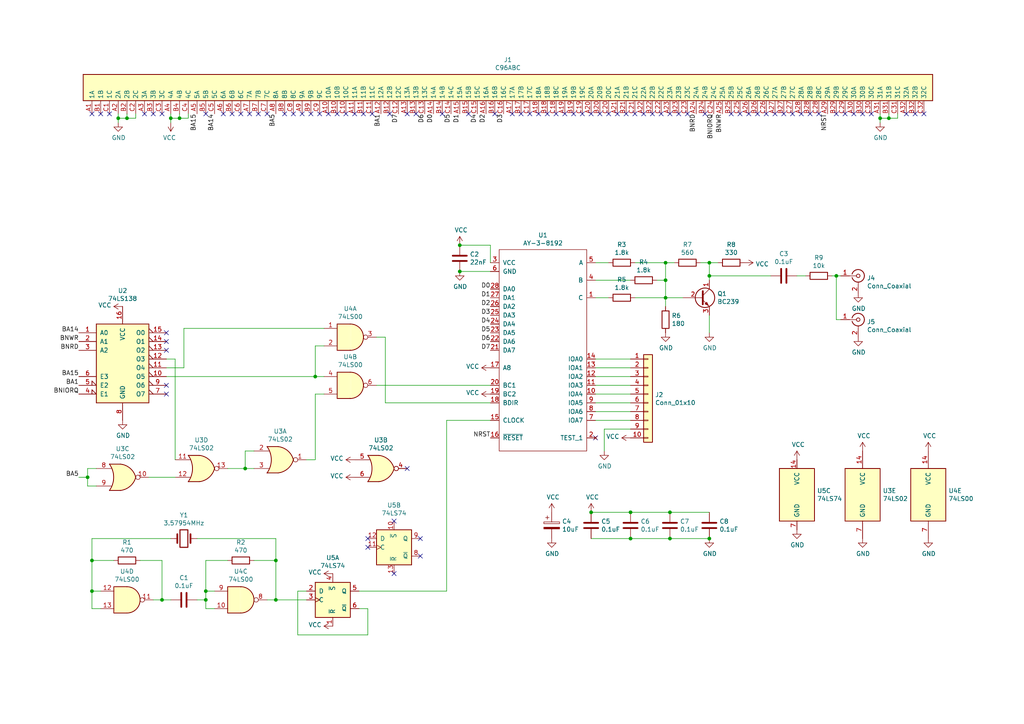
<source format=kicad_sch>
(kicad_sch (version 20211123) (generator eeschema)
  (paper "A4")
  (lib_symbols
    (symbol "74xx:74LS00" (pin_names (offset 1.016))
      (property "Reference" "U" (at 0 1.27 0))
      (property "Value" "74LS00" (at 0 -1.27 0))
      (symbol "74LS00_1_1"
        (pin input line (at -7.62 2.54 0) (length 3.81) (name "~") (number "1"))
        (pin input line (at -7.62 -2.54 0) (length 3.81) (name "~") (number "2"))
        (pin output inverted (at 7.62 0 180) (length 3.81) (name "~") (number "3"))
      )
      (symbol "74LS00_1_2"
        (pin input inverted (at -7.62 2.54 0) (length 4.318) (name "~") (number "1"))
        (pin input inverted (at -7.62 -2.54 0) (length 4.318) (name "~") (number "2"))
        (pin output line (at 7.62 0 180) (length 3.81) (name "~") (number "3"))
      )
      (symbol "74LS00_2_1"
        (pin input line (at -7.62 2.54 0) (length 3.81) (name "~") (number "4"))
        (pin input line (at -7.62 -2.54 0) (length 3.81) (name "~") (number "5"))
        (pin output inverted (at 7.62 0 180) (length 3.81) (name "~") (number "6"))
      )
      (symbol "74LS00_2_2"
        (pin input inverted (at -7.62 2.54 0) (length 4.318) (name "~") (number "4"))
        (pin input inverted (at -7.62 -2.54 0) (length 4.318) (name "~") (number "5"))
        (pin output line (at 7.62 0 180) (length 3.81) (name "~") (number "6"))
      )
      (symbol "74LS00_3_1"
        (pin input line (at -7.62 -2.54 0) (length 3.81) (name "~") (number "10"))
        (pin output inverted (at 7.62 0 180) (length 3.81) (name "~") (number "8"))
        (pin input line (at -7.62 2.54 0) (length 3.81) (name "~") (number "9"))
      )
      (symbol "74LS00_3_2"
        (pin input inverted (at -7.62 -2.54 0) (length 4.318) (name "~") (number "10"))
        (pin output line (at 7.62 0 180) (length 3.81) (name "~") (number "8"))
        (pin input inverted (at -7.62 2.54 0) (length 4.318) (name "~") (number "9"))
      )
      (symbol "74LS00_4_1"
        (pin output inverted (at 7.62 0 180) (length 3.81) (name "~") (number "11"))
        (pin input line (at -7.62 2.54 0) (length 3.81) (name "~") (number "12"))
        (pin input line (at -7.62 -2.54 0) (length 3.81) (name "~") (number "13"))
      )
      (symbol "74LS00_4_2"
        (pin output line (at 7.62 0 180) (length 3.81) (name "~") (number "11"))
        (pin input inverted (at -7.62 2.54 0) (length 4.318) (name "~") (number "12"))
        (pin input inverted (at -7.62 -2.54 0) (length 4.318) (name "~") (number "13"))
      )
      (symbol "74LS00_5_0"
        (pin power_in line (at 0 12.7 270) (length 5.08) (name "VCC") (number "14"))
        (pin power_in line (at 0 -12.7 90) (length 5.08) (name "GND") (number "7"))
      )
    )
    (symbol "74xx:74LS02" (pin_names (offset 1.016))
      (property "Reference" "U" (at 0 1.27 0))
      (property "Value" "74LS02" (at 0 -1.27 0))
      (symbol "74LS02_1_1"
        (pin output inverted (at 7.62 0 180) (length 3.81) (name "~") (number "1"))
        (pin input line (at -7.62 2.54 0) (length 4.318) (name "~") (number "2"))
        (pin input line (at -7.62 -2.54 0) (length 4.318) (name "~") (number "3"))
      )
      (symbol "74LS02_1_2"
        (pin output line (at 7.62 0 180) (length 3.81) (name "~") (number "1"))
        (pin input inverted (at -7.62 2.54 0) (length 3.81) (name "~") (number "2"))
        (pin input inverted (at -7.62 -2.54 0) (length 3.81) (name "~") (number "3"))
      )
      (symbol "74LS02_2_1"
        (pin output inverted (at 7.62 0 180) (length 3.81) (name "~") (number "4"))
        (pin input line (at -7.62 2.54 0) (length 4.318) (name "~") (number "5"))
        (pin input line (at -7.62 -2.54 0) (length 4.318) (name "~") (number "6"))
      )
      (symbol "74LS02_2_2"
        (pin output line (at 7.62 0 180) (length 3.81) (name "~") (number "4"))
        (pin input inverted (at -7.62 2.54 0) (length 3.81) (name "~") (number "5"))
        (pin input inverted (at -7.62 -2.54 0) (length 3.81) (name "~") (number "6"))
      )
      (symbol "74LS02_3_1"
        (pin output inverted (at 7.62 0 180) (length 3.81) (name "~") (number "10"))
        (pin input line (at -7.62 2.54 0) (length 4.318) (name "~") (number "8"))
        (pin input line (at -7.62 -2.54 0) (length 4.318) (name "~") (number "9"))
      )
      (symbol "74LS02_3_2"
        (pin output line (at 7.62 0 180) (length 3.81) (name "~") (number "10"))
        (pin input inverted (at -7.62 2.54 0) (length 3.81) (name "~") (number "8"))
        (pin input inverted (at -7.62 -2.54 0) (length 3.81) (name "~") (number "9"))
      )
      (symbol "74LS02_4_1"
        (pin input line (at -7.62 2.54 0) (length 4.318) (name "~") (number "11"))
        (pin input line (at -7.62 -2.54 0) (length 4.318) (name "~") (number "12"))
        (pin output inverted (at 7.62 0 180) (length 3.81) (name "~") (number "13"))
      )
      (symbol "74LS02_4_2"
        (pin input inverted (at -7.62 2.54 0) (length 3.81) (name "~") (number "11"))
        (pin input inverted (at -7.62 -2.54 0) (length 3.81) (name "~") (number "12"))
        (pin output line (at 7.62 0 180) (length 3.81) (name "~") (number "13"))
      )
      (symbol "74LS02_5_0"
        (pin power_in line (at 0 12.7 270) (length 5.08) (name "VCC") (number "14"))
        (pin power_in line (at 0 -12.7 90) (length 5.08) (name "GND") (number "7"))
      )
    )
    (symbol "74xx:74LS138" (pin_names (offset 1.016))
      (property "Reference" "U" (at -7.62 11.43 0))
      (property "Value" "74LS138" (at -7.62 -13.97 0))
      (symbol "74LS138_1_0"
        (pin input line (at -12.7 7.62 0) (length 5.08) (name "A0") (number "1"))
        (pin output output_low (at 12.7 -5.08 180) (length 5.08) (name "O5") (number "10"))
        (pin output output_low (at 12.7 -2.54 180) (length 5.08) (name "O4") (number "11"))
        (pin output output_low (at 12.7 0 180) (length 5.08) (name "O3") (number "12"))
        (pin output output_low (at 12.7 2.54 180) (length 5.08) (name "O2") (number "13"))
        (pin output output_low (at 12.7 5.08 180) (length 5.08) (name "O1") (number "14"))
        (pin output output_low (at 12.7 7.62 180) (length 5.08) (name "O0") (number "15"))
        (pin power_in line (at 0 15.24 270) (length 5.08) (name "VCC") (number "16"))
        (pin input line (at -12.7 5.08 0) (length 5.08) (name "A1") (number "2"))
        (pin input line (at -12.7 2.54 0) (length 5.08) (name "A2") (number "3"))
        (pin input input_low (at -12.7 -10.16 0) (length 5.08) (name "E1") (number "4"))
        (pin input input_low (at -12.7 -7.62 0) (length 5.08) (name "E2") (number "5"))
        (pin input line (at -12.7 -5.08 0) (length 5.08) (name "E3") (number "6"))
        (pin output output_low (at 12.7 -10.16 180) (length 5.08) (name "O7") (number "7"))
        (pin power_in line (at 0 -17.78 90) (length 5.08) (name "GND") (number "8"))
        (pin output output_low (at 12.7 -7.62 180) (length 5.08) (name "O6") (number "9"))
      )
    )
    (symbol "74xx:74LS74" (pin_names (offset 1.016))
      (property "Reference" "U" (at -7.62 8.89 0))
      (property "Value" "74LS74" (at -7.62 -8.89 0))
      (symbol "74LS74_1_0"
        (pin input line (at 0 -7.62 90) (length 2.54) (name "~{R}") (number "1"))
        (pin input line (at -7.62 2.54 0) (length 2.54) (name "D") (number "2"))
        (pin input clock (at -7.62 0 0) (length 2.54) (name "C") (number "3"))
        (pin input line (at 0 7.62 270) (length 2.54) (name "~{S}") (number "4"))
        (pin output line (at 7.62 2.54 180) (length 2.54) (name "Q") (number "5"))
        (pin output line (at 7.62 -2.54 180) (length 2.54) (name "~{Q}") (number "6"))
      )
      (symbol "74LS74_2_0"
        (pin input line (at 0 7.62 270) (length 2.54) (name "~{S}") (number "10"))
        (pin input clock (at -7.62 0 0) (length 2.54) (name "C") (number "11"))
        (pin input line (at -7.62 2.54 0) (length 2.54) (name "D") (number "12"))
        (pin input line (at 0 -7.62 90) (length 2.54) (name "~{R}") (number "13"))
        (pin output line (at 7.62 -2.54 180) (length 2.54) (name "~{Q}") (number "8"))
        (pin output line (at 7.62 2.54 180) (length 2.54) (name "Q") (number "9"))
      )
      (symbol "74LS74_3_0"
        (pin power_in line (at 0 10.16 270) (length 2.54) (name "VCC") (number "14"))
        (pin power_in line (at 0 -10.16 90) (length 2.54) (name "GND") (number "7"))
      )
    )
    (symbol "AY-3-8912:AY-3-8192" (pin_names (offset 1.016))
      (property "Reference" "U" (at 0 2.54 0))
      (property "Value" "AY-3-8192" (at 0 0 0))
      (symbol "AY-3-8192_1_1"
        (pin output line (at 15.24 5.08 180) (length 2.54) (name "C") (number "1"))
        (pin bidirectional line (at 15.24 -22.86 180) (length 2.54) (name "IOA4") (number "10"))
        (pin bidirectional line (at 15.24 -20.32 180) (length 2.54) (name "IOA3") (number "11"))
        (pin bidirectional line (at 15.24 -17.78 180) (length 2.54) (name "IOA2") (number "12"))
        (pin bidirectional line (at 15.24 -15.24 180) (length 2.54) (name "IOA1") (number "13"))
        (pin bidirectional line (at 15.24 -12.7 180) (length 2.54) (name "IOA0") (number "14"))
        (pin input line (at -15.24 -30.48 0) (length 2.54) (name "CLOCK") (number "15"))
        (pin input line (at -15.24 -35.56 0) (length 2.54) (name "~{RESET}") (number "16"))
        (pin input line (at -15.24 -15.24 0) (length 2.54) (name "A8") (number "17"))
        (pin input line (at -15.24 -25.4 0) (length 2.54) (name "BDIR") (number "18"))
        (pin input line (at -15.24 -22.86 0) (length 2.54) (name "BC2") (number "19"))
        (pin no_connect line (at 15.24 -35.56 180) (length 2.54) (name "TEST_1") (number "2"))
        (pin input line (at -15.24 -20.32 0) (length 2.54) (name "BC1") (number "20"))
        (pin bidirectional line (at -15.24 -10.16 0) (length 2.54) (name "DA7") (number "21"))
        (pin bidirectional line (at -15.24 -7.62 0) (length 2.54) (name "DA6") (number "22"))
        (pin bidirectional line (at -15.24 -5.08 0) (length 2.54) (name "DA5") (number "23"))
        (pin bidirectional line (at -15.24 -2.54 0) (length 2.54) (name "DA4") (number "24"))
        (pin bidirectional line (at -15.24 0 0) (length 2.54) (name "DA3") (number "25"))
        (pin bidirectional line (at -15.24 2.54 0) (length 2.54) (name "DA2") (number "26"))
        (pin bidirectional line (at -15.24 5.08 0) (length 2.54) (name "DA1") (number "27"))
        (pin bidirectional line (at -15.24 7.62 0) (length 2.54) (name "DA0") (number "28"))
        (pin power_in line (at -15.24 15.24 0) (length 2.54) (name "VCC") (number "3"))
        (pin output line (at 15.24 10.16 180) (length 2.54) (name "B") (number "4"))
        (pin output line (at 15.24 15.24 180) (length 2.54) (name "A") (number "5"))
        (pin power_in line (at -15.24 12.7 0) (length 2.54) (name "GND") (number "6"))
        (pin bidirectional line (at 15.24 -30.48 180) (length 2.54) (name "IOA7") (number "7"))
        (pin bidirectional line (at 15.24 -27.94 180) (length 2.54) (name "IOA6") (number "8"))
        (pin bidirectional line (at 15.24 -25.4 180) (length 2.54) (name "IOA5") (number "9"))
      )
    )
    (symbol "Connector:C96ABC"
      (property "Reference" "J" (at 0 125.73 0))
      (property "Value" "Connector_C96ABC" (at 6.35 1.27 90))
      (symbol "C96ABC_1_1"
        (pin passive line (at -7.62 121.92 0) (length 3.81) (name "1A") (number "A1"))
        (pin passive line (at -7.62 53.34 0) (length 3.81) (name "10A") (number "A10"))
        (pin passive line (at -7.62 45.72 0) (length 3.81) (name "11A") (number "A11"))
        (pin passive line (at -7.62 38.1 0) (length 3.81) (name "12A") (number "A12"))
        (pin passive line (at -7.62 30.48 0) (length 3.81) (name "13A") (number "A13"))
        (pin passive line (at -7.62 22.86 0) (length 3.81) (name "14A") (number "A14"))
        (pin passive line (at -7.62 15.24 0) (length 3.81) (name "15A") (number "A15"))
        (pin passive line (at -7.62 7.62 0) (length 3.81) (name "16A") (number "A16"))
        (pin passive line (at -7.62 0 0) (length 3.81) (name "17A") (number "A17"))
        (pin passive line (at -7.62 -7.62 0) (length 3.81) (name "18A") (number "A18"))
        (pin passive line (at -7.62 -15.24 0) (length 3.81) (name "19A") (number "A19"))
        (pin passive line (at -7.62 114.3 0) (length 3.81) (name "2A") (number "A2"))
        (pin passive line (at -7.62 -22.86 0) (length 3.81) (name "20A") (number "A20"))
        (pin tri_state line (at -7.62 -30.48 0) (length 3.81) (name "21A") (number "A21"))
        (pin passive line (at -7.62 -38.1 0) (length 3.81) (name "22A") (number "A22"))
        (pin passive line (at -7.62 -45.72 0) (length 3.81) (name "23A") (number "A23"))
        (pin passive line (at -7.62 -53.34 0) (length 3.81) (name "24A") (number "A24"))
        (pin passive line (at -7.62 -60.96 0) (length 3.81) (name "25A") (number "A25"))
        (pin passive line (at -7.62 -68.58 0) (length 3.81) (name "26A") (number "A26"))
        (pin passive line (at -7.62 -76.2 0) (length 3.81) (name "27A") (number "A27"))
        (pin passive line (at -7.62 -83.82 0) (length 3.81) (name "28A") (number "A28"))
        (pin passive line (at -7.62 -91.44 0) (length 3.81) (name "29A") (number "A29"))
        (pin passive line (at -7.62 106.68 0) (length 3.81) (name "3A") (number "A3"))
        (pin passive line (at -7.62 -99.06 0) (length 3.81) (name "30A") (number "A30"))
        (pin passive line (at -7.62 -106.68 0) (length 3.81) (name "31A") (number "A31"))
        (pin passive line (at -7.62 -114.3 0) (length 3.81) (name "32A") (number "A32"))
        (pin passive line (at -7.62 99.06 0) (length 3.81) (name "4A") (number "A4"))
        (pin passive line (at -7.62 91.44 0) (length 3.81) (name "5A") (number "A5"))
        (pin passive line (at -7.62 83.82 0) (length 3.81) (name "6A") (number "A6"))
        (pin passive line (at -7.62 76.2 0) (length 3.81) (name "7A") (number "A7"))
        (pin passive line (at -7.62 68.58 0) (length 3.81) (name "8A") (number "A8"))
        (pin passive line (at -7.62 60.96 0) (length 3.81) (name "9A") (number "A9"))
        (pin passive line (at -7.62 119.38 0) (length 3.81) (name "1B") (number "B1"))
        (pin passive line (at -7.62 50.8 0) (length 3.81) (name "10B") (number "B10"))
        (pin passive line (at -7.62 43.18 0) (length 3.81) (name "11B") (number "B11"))
        (pin passive line (at -7.62 35.56 0) (length 3.81) (name "12B") (number "B12"))
        (pin passive line (at -7.62 27.94 0) (length 3.81) (name "13B") (number "B13"))
        (pin passive line (at -7.62 20.32 0) (length 3.81) (name "14B") (number "B14"))
        (pin passive line (at -7.62 12.7 0) (length 3.81) (name "15B") (number "B15"))
        (pin passive line (at -7.62 5.08 0) (length 3.81) (name "16B") (number "B16"))
        (pin passive line (at -7.62 -2.54 0) (length 3.81) (name "17B") (number "B17"))
        (pin passive line (at -7.62 -10.16 0) (length 3.81) (name "18B") (number "B18"))
        (pin passive line (at -7.62 -17.78 0) (length 3.81) (name "19B") (number "B19"))
        (pin passive line (at -7.62 111.76 0) (length 3.81) (name "2B") (number "B2"))
        (pin passive line (at -7.62 -25.4 0) (length 3.81) (name "20B") (number "B20"))
        (pin passive line (at -7.62 -33.02 0) (length 3.81) (name "21B") (number "B21"))
        (pin passive line (at -7.62 -40.64 0) (length 3.81) (name "22B") (number "B22"))
        (pin passive line (at -7.62 -48.26 0) (length 3.81) (name "23B") (number "B23"))
        (pin passive line (at -7.62 -55.88 0) (length 3.81) (name "24B") (number "B24"))
        (pin passive line (at -7.62 -63.5 0) (length 3.81) (name "25B") (number "B25"))
        (pin passive line (at -7.62 -71.12 0) (length 3.81) (name "26B") (number "B26"))
        (pin passive line (at -7.62 -78.74 0) (length 3.81) (name "27B") (number "B27"))
        (pin passive line (at -7.62 -86.36 0) (length 3.81) (name "28B") (number "B28"))
        (pin passive line (at -7.62 -93.98 0) (length 3.81) (name "29B") (number "B29"))
        (pin passive line (at -7.62 104.14 0) (length 3.81) (name "3B") (number "B3"))
        (pin passive line (at -7.62 -101.6 0) (length 3.81) (name "30B") (number "B30"))
        (pin passive line (at -7.62 -109.22 0) (length 3.81) (name "31B") (number "B31"))
        (pin passive line (at -7.62 -116.84 0) (length 3.81) (name "32B") (number "B32"))
        (pin passive line (at -7.62 96.52 0) (length 3.81) (name "4B") (number "B4"))
        (pin passive line (at -7.62 88.9 0) (length 3.81) (name "5B") (number "B5"))
        (pin passive line (at -7.62 81.28 0) (length 3.81) (name "6B") (number "B6"))
        (pin passive line (at -7.62 73.66 0) (length 3.81) (name "7B") (number "B7"))
        (pin passive line (at -7.62 66.04 0) (length 3.81) (name "8B") (number "B8"))
        (pin passive line (at -7.62 58.42 0) (length 3.81) (name "9B") (number "B9"))
        (pin passive line (at -7.62 116.84 0) (length 3.81) (name "1C") (number "C1"))
        (pin passive line (at -7.62 48.26 0) (length 3.81) (name "10C") (number "C10"))
        (pin passive line (at -7.62 40.64 0) (length 3.81) (name "11C") (number "C11"))
        (pin passive line (at -7.62 33.02 0) (length 3.81) (name "12C") (number "C12"))
        (pin passive line (at -7.62 25.4 0) (length 3.81) (name "13C") (number "C13"))
        (pin passive line (at -7.62 17.78 0) (length 3.81) (name "14C") (number "C14"))
        (pin passive line (at -7.62 10.16 0) (length 3.81) (name "15C") (number "C15"))
        (pin passive line (at -7.62 2.54 0) (length 3.81) (name "16C") (number "C16"))
        (pin passive line (at -7.62 -5.08 0) (length 3.81) (name "17C") (number "C17"))
        (pin passive line (at -7.62 -12.7 0) (length 3.81) (name "18C") (number "C18"))
        (pin passive line (at -7.62 -20.32 0) (length 3.81) (name "19C") (number "C19"))
        (pin passive line (at -7.62 109.22 0) (length 3.81) (name "2C") (number "C2"))
        (pin passive line (at -7.62 -27.94 0) (length 3.81) (name "20C") (number "C20"))
        (pin passive line (at -7.62 -35.56 0) (length 3.81) (name "21C") (number "C21"))
        (pin passive line (at -7.62 -43.18 0) (length 3.81) (name "22C") (number "C22"))
        (pin passive line (at -7.62 -50.8 0) (length 3.81) (name "23C") (number "C23"))
        (pin passive line (at -7.62 -58.42 0) (length 3.81) (name "24C") (number "C24"))
        (pin passive line (at -7.62 -66.04 0) (length 3.81) (name "25C") (number "C25"))
        (pin passive line (at -7.62 -73.66 0) (length 3.81) (name "26C") (number "C26"))
        (pin passive line (at -7.62 -81.28 0) (length 3.81) (name "27C") (number "C27"))
        (pin passive line (at -7.62 -88.9 0) (length 3.81) (name "28C") (number "C28"))
        (pin passive line (at -7.62 -96.52 0) (length 3.81) (name "29C") (number "C29"))
        (pin passive line (at -7.62 101.6 0) (length 3.81) (name "3C") (number "C3"))
        (pin passive line (at -7.62 -104.14 0) (length 3.81) (name "30C") (number "C30"))
        (pin passive line (at -7.62 -111.76 0) (length 3.81) (name "31C") (number "C31"))
        (pin passive line (at -7.62 -119.38 0) (length 3.81) (name "32C") (number "C32"))
        (pin passive line (at -7.62 93.98 0) (length 3.81) (name "4C") (number "C4"))
        (pin passive line (at -7.62 86.36 0) (length 3.81) (name "5C") (number "C5"))
        (pin passive line (at -7.62 78.74 0) (length 3.81) (name "6C") (number "C6"))
        (pin passive line (at -7.62 71.12 0) (length 3.81) (name "7C") (number "C7"))
        (pin passive line (at -7.62 63.5 0) (length 3.81) (name "8C") (number "C8"))
        (pin passive line (at -7.62 55.88 0) (length 3.81) (name "9C") (number "C9"))
      )
    )
    (symbol "Connector:Conn_Coaxial" (pin_names (offset 1.016) hide)
      (property "Reference" "J" (at 0.254 3.048 0))
      (property "Value" "Conn_Coaxial" (at 2.921 0 90))
      (symbol "Conn_Coaxial_1_1"
        (pin passive line (at -5.08 0 0) (length 2.54) (name "In") (number "1"))
        (pin passive line (at 0 -5.08 90) (length 2.54) (name "Ext") (number "2"))
      )
    )
    (symbol "Connector_Generic:Conn_01x10" (pin_names (offset 1.016) hide)
      (property "Reference" "J" (at 0 12.7 0))
      (property "Value" "Conn_01x10" (at 0 -15.24 0))
      (symbol "Conn_01x10_1_1"
        (pin passive line (at -5.08 10.16 0) (length 3.81) (name "Pin_1") (number "1"))
        (pin passive line (at -5.08 -12.7 0) (length 3.81) (name "Pin_10") (number "10"))
        (pin passive line (at -5.08 7.62 0) (length 3.81) (name "Pin_2") (number "2"))
        (pin passive line (at -5.08 5.08 0) (length 3.81) (name "Pin_3") (number "3"))
        (pin passive line (at -5.08 2.54 0) (length 3.81) (name "Pin_4") (number "4"))
        (pin passive line (at -5.08 0 0) (length 3.81) (name "Pin_5") (number "5"))
        (pin passive line (at -5.08 -2.54 0) (length 3.81) (name "Pin_6") (number "6"))
        (pin passive line (at -5.08 -5.08 0) (length 3.81) (name "Pin_7") (number "7"))
        (pin passive line (at -5.08 -7.62 0) (length 3.81) (name "Pin_8") (number "8"))
        (pin passive line (at -5.08 -10.16 0) (length 3.81) (name "Pin_9") (number "9"))
      )
    )
    (symbol "Device:C" (pin_numbers hide) (pin_names (offset 0.254))
      (property "Reference" "C" (at 0.635 2.54 0))
      (property "Value" "C" (at 0.635 -2.54 0))
      (symbol "C_1_1"
        (pin passive line (at 0 3.81 270) (length 2.794) (name "~") (number "1"))
        (pin passive line (at 0 -3.81 90) (length 2.794) (name "~") (number "2"))
      )
    )
    (symbol "Device:CP" (pin_numbers hide) (pin_names (offset 0.254))
      (property "Reference" "C" (at 0.635 2.54 0))
      (property "Value" "Device_CP" (at 0.635 -2.54 0))
      (symbol "CP_1_1"
        (pin passive line (at 0 3.81 270) (length 2.794) (name "~") (number "1"))
        (pin passive line (at 0 -3.81 90) (length 2.794) (name "~") (number "2"))
      )
    )
    (symbol "Device:Crystal" (pin_numbers hide) (pin_names (offset 1.016) hide)
      (property "Reference" "Y" (at 0 3.81 0))
      (property "Value" "Crystal" (at 0 -3.81 0))
      (symbol "Crystal_1_1"
        (pin passive line (at -3.81 0 0) (length 1.27) (name "1") (number "1"))
        (pin passive line (at 3.81 0 180) (length 1.27) (name "2") (number "2"))
      )
    )
    (symbol "Device:Q_NPN_CBE" (pin_names (offset 0) hide)
      (property "Reference" "Q" (at 5.08 1.27 0))
      (property "Value" "Q_NPN_CBE" (at 5.08 -1.27 0))
      (symbol "Q_NPN_CBE_1_1"
        (pin passive line (at 2.54 5.08 270) (length 2.54) (name "C") (number "1"))
        (pin input line (at -5.08 0 0) (length 5.715) (name "B") (number "2"))
        (pin passive line (at 2.54 -5.08 90) (length 2.54) (name "E") (number "3"))
      )
    )
    (symbol "Device:R" (pin_numbers hide) (pin_names (offset 0))
      (property "Reference" "R" (at 2.032 0 90))
      (property "Value" "R" (at 0 0 90))
      (symbol "R_1_1"
        (pin passive line (at 0 3.81 270) (length 1.27) (name "~") (number "1"))
        (pin passive line (at 0 -3.81 90) (length 1.27) (name "~") (number "2"))
      )
    )
    (symbol "power:GND" (power) (pin_names (offset 0))
      (property "Value" "GND" (at 0 -3.81 0))
      (symbol "GND_1_1"
        (pin power_in line (at 0 0 270) (length 0) hide (name "GND") (number "1"))
      )
    )
    (symbol "power:VCC" (power) (pin_names (offset 0))
      (property "Value" "VCC" (at 0 3.81 0))
      (symbol "VCC_1_1"
        (pin power_in line (at 0 0 90) (length 0) hide (name "VCC") (number "1"))
      )
    )
  )
  (junction (at 80.01 173.99))
  (junction (at 26.67 162.56))
  (junction (at 205.74 80.01))
  (junction (at 171.45 148.59))
  (junction (at 242.57 80.01))
  (junction (at 182.88 148.59))
  (junction (at 91.44 109.22))
  (junction (at 26.67 171.45))
  (junction (at 52.07 34.29))
  (junction (at 193.04 76.2))
  (junction (at 133.35 78.74))
  (junction (at 205.74 76.2))
  (junction (at 194.31 156.21))
  (junction (at 133.35 71.12))
  (junction (at 46.99 173.99))
  (junction (at 194.31 148.59))
  (junction (at 205.74 156.21))
  (junction (at 59.69 171.45))
  (junction (at 36.83 34.29))
  (junction (at 25.4 138.43))
  (junction (at 193.04 86.36))
  (junction (at 34.29 34.29))
  (junction (at 49.53 34.29))
  (junction (at 193.04 81.28))
  (junction (at 255.27 34.29))
  (junction (at 257.81 34.29))
  (junction (at 71.12 135.89))
  (junction (at 182.88 156.21))
  (junction (at 59.69 173.99))
  (junction (at 80.01 162.56))
  (no_connect (at 191.77 33.02))
  (no_connect (at 219.71 33.02))
  (no_connect (at 48.26 114.3))
  (no_connect (at 214.63 33.02))
  (no_connect (at 90.17 33.02))
  (no_connect (at 212.09 33.02))
  (no_connect (at 247.65 33.02))
  (no_connect (at 48.26 111.76))
  (no_connect (at 242.57 33.02))
  (no_connect (at 163.83 33.02))
  (no_connect (at 176.53 33.02))
  (no_connect (at 31.75 33.02))
  (no_connect (at 252.73 33.02))
  (no_connect (at 222.25 33.02))
  (no_connect (at 118.11 33.02))
  (no_connect (at 100.33 33.02))
  (no_connect (at 114.3 166.37))
  (no_connect (at 106.68 156.21))
  (no_connect (at 85.09 33.02))
  (no_connect (at 77.47 33.02))
  (no_connect (at 41.91 33.02))
  (no_connect (at 92.71 33.02))
  (no_connect (at 237.49 33.02))
  (no_connect (at 48.26 101.6))
  (no_connect (at 173.99 33.02))
  (no_connect (at 267.97 33.02))
  (no_connect (at 204.47 33.02))
  (no_connect (at 64.77 33.02))
  (no_connect (at 113.03 33.02))
  (no_connect (at 87.63 33.02))
  (no_connect (at 148.59 33.02))
  (no_connect (at 234.95 33.02))
  (no_connect (at 194.31 33.02))
  (no_connect (at 69.85 33.02))
  (no_connect (at 224.79 33.02))
  (no_connect (at 227.33 33.02))
  (no_connect (at 135.89 33.02))
  (no_connect (at 120.65 33.02))
  (no_connect (at 181.61 33.02))
  (no_connect (at 74.93 33.02))
  (no_connect (at 168.91 33.02))
  (no_connect (at 217.17 33.02))
  (no_connect (at 172.72 127))
  (no_connect (at 114.3 151.13))
  (no_connect (at 166.37 33.02))
  (no_connect (at 171.45 33.02))
  (no_connect (at 186.69 33.02))
  (no_connect (at 250.19 33.02))
  (no_connect (at 262.89 33.02))
  (no_connect (at 48.26 99.06))
  (no_connect (at 105.41 33.02))
  (no_connect (at 153.67 33.02))
  (no_connect (at 72.39 33.02))
  (no_connect (at 184.15 33.02))
  (no_connect (at 179.07 33.02))
  (no_connect (at 121.92 156.21))
  (no_connect (at 199.39 33.02))
  (no_connect (at 229.87 33.02))
  (no_connect (at 106.68 158.75))
  (no_connect (at 29.21 33.02))
  (no_connect (at 156.21 33.02))
  (no_connect (at 46.99 33.02))
  (no_connect (at 95.25 33.02))
  (no_connect (at 107.95 33.02))
  (no_connect (at 161.29 33.02))
  (no_connect (at 189.23 33.02))
  (no_connect (at 44.45 33.02))
  (no_connect (at 143.51 33.02))
  (no_connect (at 265.43 33.02))
  (no_connect (at 26.67 33.02))
  (no_connect (at 232.41 33.02))
  (no_connect (at 118.11 135.89))
  (no_connect (at 158.75 33.02))
  (no_connect (at 151.13 33.02))
  (no_connect (at 97.79 33.02))
  (no_connect (at 196.85 33.02))
  (no_connect (at 59.69 33.02))
  (no_connect (at 67.31 33.02))
  (no_connect (at 82.55 33.02))
  (no_connect (at 128.27 33.02))
  (no_connect (at 102.87 33.02))
  (no_connect (at 121.92 161.29))
  (no_connect (at 48.26 96.52))
  (no_connect (at 245.11 33.02))
  (wire (pts (xy 80.01 173.99) (xy 88.9 173.99)))
  (wire (pts (xy 59.69 173.99) (xy 57.15 173.99)))
  (wire (pts (xy 184.15 86.36) (xy 193.04 86.36)))
  (wire (pts (xy 172.72 121.92) (xy 182.88 121.92)))
  (wire (pts (xy 182.88 119.38) (xy 172.72 119.38)))
  (wire (pts (xy 62.23 176.53) (xy 59.69 176.53)))
  (wire (pts (xy 26.67 176.53) (xy 26.67 171.45)))
  (wire (pts (xy 205.74 80.01) (xy 223.52 80.01)))
  (wire (pts (xy 25.4 135.89) (xy 25.4 138.43)))
  (wire (pts (xy 71.12 135.89) (xy 73.66 135.89)))
  (wire (pts (xy 29.21 176.53) (xy 26.67 176.53)))
  (wire (pts (xy 34.29 34.29) (xy 36.83 34.29)))
  (wire (pts (xy 49.53 34.29) (xy 49.53 33.02)))
  (wire (pts (xy 73.66 130.81) (xy 71.12 130.81)))
  (wire (pts (xy 66.04 162.56) (xy 59.69 162.56)))
  (wire (pts (xy 91.44 114.3) (xy 93.98 114.3)))
  (wire (pts (xy 182.88 109.22) (xy 172.72 109.22)))
  (wire (pts (xy 208.28 76.2) (xy 205.74 76.2)))
  (wire (pts (xy 242.57 80.01) (xy 243.84 80.01)))
  (wire (pts (xy 111.76 97.79) (xy 111.76 116.84)))
  (wire (pts (xy 133.35 78.74) (xy 142.24 78.74)))
  (wire (pts (xy 182.88 156.21) (xy 171.45 156.21)))
  (wire (pts (xy 205.74 156.21) (xy 194.31 156.21)))
  (wire (pts (xy 40.64 162.56) (xy 46.99 162.56)))
  (wire (pts (xy 205.74 80.01) (xy 205.74 76.2)))
  (wire (pts (xy 109.22 97.79) (xy 111.76 97.79)))
  (wire (pts (xy 106.68 184.15) (xy 106.68 176.53)))
  (wire (pts (xy 57.15 156.21) (xy 80.01 156.21)))
  (wire (pts (xy 48.26 104.14) (xy 50.8 104.14)))
  (wire (pts (xy 71.12 130.81) (xy 71.12 135.89)))
  (wire (pts (xy 193.04 76.2) (xy 195.58 76.2)))
  (wire (pts (xy 91.44 109.22) (xy 48.26 109.22)))
  (wire (pts (xy 91.44 100.33) (xy 91.44 109.22)))
  (wire (pts (xy 26.67 171.45) (xy 29.21 171.45)))
  (wire (pts (xy 255.27 33.02) (xy 255.27 34.29)))
  (wire (pts (xy 172.72 81.28) (xy 182.88 81.28)))
  (wire (pts (xy 39.37 34.29) (xy 39.37 33.02)))
  (wire (pts (xy 36.83 33.02) (xy 36.83 34.29)))
  (wire (pts (xy 36.83 34.29) (xy 39.37 34.29)))
  (wire (pts (xy 49.53 35.56) (xy 49.53 34.29)))
  (wire (pts (xy 26.67 156.21) (xy 49.53 156.21)))
  (wire (pts (xy 182.88 114.3) (xy 172.72 114.3)))
  (wire (pts (xy 54.61 34.29) (xy 52.07 34.29)))
  (wire (pts (xy 193.04 76.2) (xy 193.04 81.28)))
  (wire (pts (xy 25.4 138.43) (xy 22.86 138.43)))
  (wire (pts (xy 54.61 33.02) (xy 54.61 34.29)))
  (wire (pts (xy 194.31 148.59) (xy 182.88 148.59)))
  (wire (pts (xy 26.67 162.56) (xy 26.67 171.45)))
  (wire (pts (xy 59.69 171.45) (xy 62.23 171.45)))
  (wire (pts (xy 242.57 92.71) (xy 242.57 80.01)))
  (wire (pts (xy 59.69 176.53) (xy 59.69 173.99)))
  (wire (pts (xy 172.72 76.2) (xy 176.53 76.2)))
  (wire (pts (xy 172.72 116.84) (xy 182.88 116.84)))
  (wire (pts (xy 52.07 34.29) (xy 52.07 33.02)))
  (wire (pts (xy 190.5 81.28) (xy 193.04 81.28)))
  (wire (pts (xy 48.26 106.68) (xy 53.34 106.68)))
  (wire (pts (xy 194.31 156.21) (xy 182.88 156.21)))
  (wire (pts (xy 91.44 114.3) (xy 91.44 133.35)))
  (wire (pts (xy 260.35 34.29) (xy 260.35 33.02)))
  (wire (pts (xy 171.45 148.59) (xy 182.88 148.59)))
  (wire (pts (xy 53.34 106.68) (xy 53.34 95.25)))
  (wire (pts (xy 26.67 156.21) (xy 26.67 162.56)))
  (wire (pts (xy 129.54 121.92) (xy 142.24 121.92)))
  (wire (pts (xy 106.68 176.53) (xy 104.14 176.53)))
  (wire (pts (xy 93.98 100.33) (xy 91.44 100.33)))
  (wire (pts (xy 53.34 95.25) (xy 93.98 95.25)))
  (wire (pts (xy 142.24 76.2) (xy 142.24 71.12)))
  (wire (pts (xy 50.8 104.14) (xy 50.8 133.35)))
  (wire (pts (xy 86.36 171.45) (xy 86.36 184.15)))
  (wire (pts (xy 205.74 76.2) (xy 203.2 76.2)))
  (wire (pts (xy 80.01 162.56) (xy 80.01 173.99)))
  (wire (pts (xy 255.27 34.29) (xy 257.81 34.29)))
  (wire (pts (xy 142.24 71.12) (xy 133.35 71.12)))
  (wire (pts (xy 86.36 184.15) (xy 106.68 184.15)))
  (wire (pts (xy 193.04 86.36) (xy 193.04 88.9)))
  (wire (pts (xy 175.26 124.46) (xy 175.26 130.81)))
  (wire (pts (xy 66.04 135.89) (xy 71.12 135.89)))
  (wire (pts (xy 73.66 162.56) (xy 80.01 162.56)))
  (wire (pts (xy 205.74 148.59) (xy 194.31 148.59)))
  (wire (pts (xy 88.9 133.35) (xy 91.44 133.35)))
  (wire (pts (xy 80.01 173.99) (xy 77.47 173.99)))
  (wire (pts (xy 182.88 124.46) (xy 175.26 124.46)))
  (wire (pts (xy 231.14 80.01) (xy 233.68 80.01)))
  (wire (pts (xy 59.69 173.99) (xy 59.69 171.45)))
  (wire (pts (xy 46.99 173.99) (xy 44.45 173.99)))
  (wire (pts (xy 257.81 34.29) (xy 260.35 34.29)))
  (wire (pts (xy 43.18 138.43) (xy 50.8 138.43)))
  (wire (pts (xy 172.72 111.76) (xy 182.88 111.76)))
  (wire (pts (xy 88.9 171.45) (xy 86.36 171.45)))
  (wire (pts (xy 34.29 33.02) (xy 34.29 34.29)))
  (wire (pts (xy 25.4 138.43) (xy 25.4 140.97)))
  (wire (pts (xy 25.4 140.97) (xy 27.94 140.97)))
  (wire (pts (xy 184.15 76.2) (xy 193.04 76.2)))
  (wire (pts (xy 205.74 81.28) (xy 205.74 80.01)))
  (wire (pts (xy 93.98 109.22) (xy 91.44 109.22)))
  (wire (pts (xy 80.01 156.21) (xy 80.01 162.56)))
  (wire (pts (xy 193.04 86.36) (xy 198.12 86.36)))
  (wire (pts (xy 182.88 104.14) (xy 172.72 104.14)))
  (wire (pts (xy 34.29 34.29) (xy 34.29 35.56)))
  (wire (pts (xy 172.72 86.36) (xy 176.53 86.36)))
  (wire (pts (xy 49.53 173.99) (xy 46.99 173.99)))
  (wire (pts (xy 27.94 135.89) (xy 25.4 135.89)))
  (wire (pts (xy 109.22 111.76) (xy 142.24 111.76)))
  (wire (pts (xy 193.04 81.28) (xy 193.04 86.36)))
  (wire (pts (xy 49.53 34.29) (xy 52.07 34.29)))
  (wire (pts (xy 255.27 34.29) (xy 255.27 35.56)))
  (wire (pts (xy 172.72 106.68) (xy 182.88 106.68)))
  (wire (pts (xy 104.14 171.45) (xy 129.54 171.45)))
  (wire (pts (xy 257.81 33.02) (xy 257.81 34.29)))
  (wire (pts (xy 241.3 80.01) (xy 242.57 80.01)))
  (wire (pts (xy 243.84 92.71) (xy 242.57 92.71)))
  (wire (pts (xy 111.76 116.84) (xy 142.24 116.84)))
  (wire (pts (xy 205.74 91.44) (xy 205.74 96.52)))
  (wire (pts (xy 46.99 162.56) (xy 46.99 173.99)))
  (wire (pts (xy 33.02 162.56) (xy 26.67 162.56)))
  (wire (pts (xy 59.69 162.56) (xy 59.69 171.45)))
  (wire (pts (xy 129.54 171.45) (xy 129.54 121.92)))
  (label "BNRD" (at 201.93 33.02 270))
  (label "D3" (at 142.24 91.44 180))
  (label "NRST" (at 240.03 33.02 270))
  (label "D7" (at 115.57 33.02 270))
  (label "D5" (at 130.81 33.02 270))
  (label "BA14" (at 62.23 33.02 270))
  (label "BA15" (at 22.86 109.22 180))
  (label "BA1" (at 110.49 33.02 270))
  (label "BNRD" (at 22.86 101.6 180))
  (label "D3" (at 146.05 33.02 270))
  (label "D2" (at 140.97 33.02 270))
  (label "BA5" (at 80.01 33.02 270))
  (label "NRST" (at 142.24 127 180))
  (label "BNWR" (at 22.86 99.06 180))
  (label "D2" (at 142.24 88.9 180))
  (label "D6" (at 142.24 99.06 180))
  (label "D4" (at 142.24 93.98 180))
  (label "D0" (at 142.24 83.82 180))
  (label "BNIORQ" (at 207.01 33.02 270))
  (label "BA15" (at 57.15 33.02 270))
  (label "D4" (at 138.43 33.02 270))
  (label "BNIORQ" (at 22.86 114.3 180))
  (label "D0" (at 125.73 33.02 270))
  (label "BNWR" (at 209.55 33.02 270))
  (label "D7" (at 142.24 101.6 180))
  (label "D1" (at 142.24 86.36 180))
  (label "D5" (at 142.24 96.52 180))
  (label "BA14" (at 22.86 96.52 180))
  (label "D1" (at 133.35 33.02 270))
  (label "D6" (at 123.19 33.02 270))
  (label "BA5" (at 22.86 138.43 180))
  (label "BA1" (at 22.86 111.76 180))
  (symbol (lib_id "Device:C") (at 205.74 152.4 0) (unit 1)
    (property "Reference" "C8" (at 208.661 151.2316 0) (effects (justify left)))
    (property "Value" "0.1uF" (at 208.661 153.543 0) (effects (justify left)))
    (property "Footprint" "Capacitor_THT:C_Disc_D5.0mm_W2.5mm_P5.00mm" (effects hide))
  )
  (symbol (lib_id "power:GND") (at 205.74 156.21 0) (unit 1)
    (property "Reference" "#PWR033" (effects hide))
    (property "Value" "GND" (at 205.867 160.6042 0))
  )
  (symbol (lib_id "Connector:C96ABC") (at 148.59 25.4 90) (unit 1)
    (property "Reference" "J1" (at 147.32 17.3482 90))
    (property "Value" "C96ABC" (at 147.32 19.6596 90))
    (property "Footprint" "DIN41612_C_3x32_Horizontal_THT:DIN41612_C_3x32_Female_Horizontal_THT" (effects hide))
    (property "Datasheet" " ~" (effects hide))
  )
  (symbol (lib_id "power:VCC") (at 49.53 35.56 180) (unit 1)
    (property "Reference" "#PWR02" (effects hide))
    (property "Value" "VCC" (at 49.149 39.9542 0))
  )
  (symbol (lib_id "power:GND") (at 34.29 35.56 0) (unit 1)
    (property "Reference" "#PWR01" (effects hide))
    (property "Value" "GND" (at 34.417 39.9542 0))
  )
  (symbol (lib_id "power:GND") (at 255.27 35.56 0) (unit 1)
    (property "Reference" "#PWR03" (effects hide))
    (property "Value" "GND" (at 255.397 39.9542 0))
  )
  (symbol (lib_id "74xx:74LS02") (at 35.56 138.43 0) (unit 3)
    (property "Reference" "U3" (at 35.56 130.175 0))
    (property "Value" "74LS02" (at 35.56 132.4864 0))
    (property "Footprint" "Package_DIP:DIP-14_W7.62mm_Socket" (effects hide))
    (property "Datasheet" "http://www.ti.com/lit/gpn/sn74ls02" (effects hide))
  )
  (symbol (lib_id "74xx:74LS02") (at 58.42 135.89 0) (unit 4)
    (property "Reference" "U3" (at 58.42 127.635 0))
    (property "Value" "74LS02" (at 58.42 129.9464 0))
    (property "Footprint" "Package_DIP:DIP-14_W7.62mm_Socket" (effects hide))
    (property "Datasheet" "http://www.ti.com/lit/gpn/sn74ls02" (effects hide))
  )
  (symbol (lib_id "74xx:74LS02") (at 81.28 133.35 0) (unit 1)
    (property "Reference" "U3" (at 81.28 125.095 0))
    (property "Value" "74LS02" (at 81.28 127.4064 0))
    (property "Footprint" "Package_DIP:DIP-14_W7.62mm_Socket" (effects hide))
    (property "Datasheet" "http://www.ti.com/lit/gpn/sn74ls02" (effects hide))
  )
  (symbol (lib_id "74xx:74LS02") (at 110.49 135.89 0) (unit 2)
    (property "Reference" "U3" (at 110.49 127.635 0))
    (property "Value" "74LS02" (at 110.49 129.9464 0))
    (property "Footprint" "Package_DIP:DIP-14_W7.62mm_Socket" (effects hide))
    (property "Datasheet" "http://www.ti.com/lit/gpn/sn74ls02" (effects hide))
  )
  (symbol (lib_id "74xx:74LS00") (at 101.6 97.79 0) (unit 1)
    (property "Reference" "U4" (at 101.6 89.535 0))
    (property "Value" "74LS00" (at 101.6 91.8464 0))
    (property "Footprint" "Package_DIP:DIP-14_W7.62mm_Socket" (effects hide))
    (property "Datasheet" "http://www.ti.com/lit/gpn/sn74ls00" (effects hide))
  )
  (symbol (lib_id "74xx:74LS00") (at 101.6 111.76 0) (unit 2)
    (property "Reference" "U4" (at 101.6 103.505 0))
    (property "Value" "74LS00" (at 101.6 105.8164 0))
    (property "Footprint" "Package_DIP:DIP-14_W7.62mm_Socket" (effects hide))
    (property "Datasheet" "http://www.ti.com/lit/gpn/sn74ls00" (effects hide))
  )
  (symbol (lib_id "74xx:74LS00") (at 269.24 143.51 0) (unit 5)
    (property "Reference" "U4" (at 275.082 142.3416 0) (effects (justify left)))
    (property "Value" "74LS00" (at 275.082 144.653 0) (effects (justify left)))
    (property "Footprint" "Package_DIP:DIP-14_W7.62mm_Socket" (effects hide))
    (property "Datasheet" "http://www.ti.com/lit/gpn/sn74ls00" (effects hide))
  )
  (symbol (lib_id "74xx:74LS02") (at 250.19 143.51 0) (unit 5)
    (property "Reference" "U3" (at 256.032 142.3416 0) (effects (justify left)))
    (property "Value" "74LS02" (at 256.032 144.653 0) (effects (justify left)))
    (property "Footprint" "Package_DIP:DIP-14_W7.62mm_Socket" (effects hide))
    (property "Datasheet" "http://www.ti.com/lit/gpn/sn74ls02" (effects hide))
  )
  (symbol (lib_id "74xx:74LS138") (at 35.56 104.14 0) (unit 1)
    (property "Reference" "U2" (at 35.56 84.3026 0))
    (property "Value" "74LS138" (at 35.56 86.614 0))
    (property "Footprint" "Package_DIP:DIP-16_W7.62mm_Socket" (effects hide))
    (property "Datasheet" "http://www.ti.com/lit/gpn/sn74LS138" (effects hide))
  )
  (symbol (lib_id "AY-3-8912:AY-3-8192") (at 157.48 91.44 0) (unit 1)
    (property "Reference" "U1" (at 157.48 68.199 0))
    (property "Value" "AY-3-8192" (at 157.48 70.5104 0))
    (property "Footprint" "Package_DIP:DIP-28_W15.24mm_Socket" (effects hide))
  )
  (symbol (lib_id "74xx:74LS00") (at 36.83 173.99 0) (unit 4)
    (property "Reference" "U4" (at 36.83 165.735 0))
    (property "Value" "74LS00" (at 36.83 168.0464 0))
    (property "Footprint" "Package_DIP:DIP-14_W7.62mm_Socket" (effects hide))
    (property "Datasheet" "http://www.ti.com/lit/gpn/sn74ls00" (effects hide))
  )
  (symbol (lib_id "74xx:74LS00") (at 69.85 173.99 0) (unit 3)
    (property "Reference" "U4" (at 69.85 165.735 0))
    (property "Value" "74LS00" (at 69.85 168.0464 0))
    (property "Footprint" "Package_DIP:DIP-14_W7.62mm_Socket" (effects hide))
    (property "Datasheet" "http://www.ti.com/lit/gpn/sn74ls00" (effects hide))
  )
  (symbol (lib_id "74xx:74LS74") (at 231.14 143.51 0) (unit 3)
    (property "Reference" "U5" (at 236.982 142.3416 0) (effects (justify left)))
    (property "Value" "74LS74" (at 236.982 144.653 0) (effects (justify left)))
    (property "Footprint" "Package_DIP:DIP-14_W7.62mm_Socket" (effects hide))
    (property "Datasheet" "74xx/74hc_hct74.pdf" (effects hide))
  )
  (symbol (lib_id "74xx:74LS74") (at 96.52 173.99 0) (unit 1)
    (property "Reference" "U5" (at 96.52 161.7726 0))
    (property "Value" "74LS74" (at 96.52 164.084 0))
    (property "Footprint" "Package_DIP:DIP-14_W7.62mm_Socket" (effects hide))
    (property "Datasheet" "74xx/74hc_hct74.pdf" (effects hide))
  )
  (symbol (lib_id "74xx:74LS74") (at 114.3 158.75 0) (unit 2)
    (property "Reference" "U5" (at 114.3 146.5326 0))
    (property "Value" "74LS74" (at 114.3 148.844 0))
    (property "Footprint" "Package_DIP:DIP-14_W7.62mm_Socket" (effects hide))
    (property "Datasheet" "74xx/74hc_hct74.pdf" (effects hide))
  )
  (symbol (lib_id "Device:Crystal") (at 53.34 156.21 0) (unit 1)
    (property "Reference" "Y1" (at 53.34 149.4028 0))
    (property "Value" "3.57954MHz" (at 53.34 151.7142 0))
    (property "Footprint" "Crystal:Crystal_HC49-U_Vertical" (effects hide))
  )
  (symbol (lib_id "Device:R") (at 69.85 162.56 270) (unit 1)
    (property "Reference" "R2" (at 69.85 157.3022 90))
    (property "Value" "470" (at 69.85 159.6136 90))
    (property "Footprint" "Resistor_THT:R_Axial_DIN0204_L3.6mm_D1.6mm_P7.62mm_Horizontal" (effects hide))
  )
  (symbol (lib_id "Device:R") (at 36.83 162.56 270) (unit 1)
    (property "Reference" "R1" (at 36.83 157.3022 90))
    (property "Value" "470" (at 36.83 159.6136 90))
    (property "Footprint" "Resistor_THT:R_Axial_DIN0204_L3.6mm_D1.6mm_P7.62mm_Horizontal" (effects hide))
  )
  (symbol (lib_id "Device:C") (at 53.34 173.99 270) (unit 1)
    (property "Reference" "C1" (at 53.34 167.5892 90))
    (property "Value" "0.1uF" (at 53.34 169.9006 90))
    (property "Footprint" "Capacitor_THT:C_Disc_D5.0mm_W2.5mm_P5.00mm" (effects hide))
  )
  (symbol (lib_id "power:VCC") (at 96.52 166.37 90) (unit 1)
    (property "Reference" "#PWR028" (effects hide))
    (property "Value" "VCC" (at 93.2942 165.989 90) (effects (justify left)))
  )
  (symbol (lib_id "power:VCC") (at 96.52 181.61 90) (unit 1)
    (property "Reference" "#PWR029" (effects hide))
    (property "Value" "VCC" (at 93.2942 181.229 90) (effects (justify left)))
  )
  (symbol (lib_id "power:GND") (at 35.56 121.92 0) (unit 1)
    (property "Reference" "#PWR017" (effects hide))
    (property "Value" "GND" (at 35.687 126.3142 0))
  )
  (symbol (lib_id "power:VCC") (at 35.56 88.9 90) (unit 1)
    (property "Reference" "#PWR011" (effects hide))
    (property "Value" "VCC" (at 32.3342 88.519 90) (effects (justify left)))
  )
  (symbol (lib_id "power:VCC") (at 102.87 133.35 90) (unit 1)
    (property "Reference" "#PWR022" (effects hide))
    (property "Value" "VCC" (at 99.6442 132.969 90) (effects (justify left)))
  )
  (symbol (lib_id "power:VCC") (at 102.87 138.43 90) (unit 1)
    (property "Reference" "#PWR024" (effects hide))
    (property "Value" "VCC" (at 99.6442 138.049 90) (effects (justify left)))
  )
  (symbol (lib_id "power:VCC") (at 142.24 114.3 90) (unit 1)
    (property "Reference" "#PWR016" (effects hide))
    (property "Value" "VCC" (at 139.0142 113.919 90) (effects (justify left)))
  )
  (symbol (lib_id "power:VCC") (at 142.24 106.68 90) (unit 1)
    (property "Reference" "#PWR015" (effects hide))
    (property "Value" "VCC" (at 139.0142 106.299 90) (effects (justify left)))
  )
  (symbol (lib_id "power:VCC") (at 133.35 71.12 0) (unit 1)
    (property "Reference" "#PWR07" (effects hide))
    (property "Value" "VCC" (at 133.731 66.7258 0))
  )
  (symbol (lib_id "power:GND") (at 133.35 78.74 0) (unit 1)
    (property "Reference" "#PWR09" (effects hide))
    (property "Value" "GND" (at 133.477 83.1342 0))
  )
  (symbol (lib_id "power:GND") (at 269.24 156.21 0) (unit 1)
    (property "Reference" "#PWR027" (effects hide))
    (property "Value" "GND" (at 269.367 160.6042 0))
  )
  (symbol (lib_id "power:GND") (at 250.19 156.21 0) (unit 1)
    (property "Reference" "#PWR026" (effects hide))
    (property "Value" "GND" (at 250.317 160.6042 0))
  )
  (symbol (lib_id "power:GND") (at 231.14 153.67 0) (unit 1)
    (property "Reference" "#PWR025" (effects hide))
    (property "Value" "GND" (at 231.267 158.0642 0))
  )
  (symbol (lib_id "power:VCC") (at 231.14 133.35 0) (unit 1)
    (property "Reference" "#PWR023" (effects hide))
    (property "Value" "VCC" (at 231.521 128.9558 0))
  )
  (symbol (lib_id "power:VCC") (at 250.19 130.81 0) (unit 1)
    (property "Reference" "#PWR020" (effects hide))
    (property "Value" "VCC" (at 250.571 126.4158 0))
  )
  (symbol (lib_id "power:VCC") (at 269.24 130.81 0) (unit 1)
    (property "Reference" "#PWR021" (effects hide))
    (property "Value" "VCC" (at 269.621 126.4158 0))
  )
  (symbol (lib_id "Connector_Generic:Conn_01x10") (at 187.96 114.3 0) (unit 1)
    (property "Reference" "J2" (at 189.992 114.5032 0) (effects (justify left)))
    (property "Value" "Conn_01x10" (at 189.992 116.8146 0) (effects (justify left)))
    (property "Footprint" "Connector_PinHeader_2.54mm:PinHeader_1x10_P2.54mm_Vertical" (effects hide))
  )
  (symbol (lib_id "power:VCC") (at 182.88 127 90) (unit 1)
    (property "Reference" "#PWR018" (effects hide))
    (property "Value" "VCC" (at 179.6542 126.619 90) (effects (justify left)))
  )
  (symbol (lib_id "power:GND") (at 175.26 130.81 0) (unit 1)
    (property "Reference" "#PWR019" (effects hide))
    (property "Value" "GND" (at 175.387 135.2042 0))
  )
  (symbol (lib_id "Device:R") (at 180.34 76.2 270) (unit 1)
    (property "Reference" "R3" (at 180.34 70.9422 90))
    (property "Value" "1.8k" (at 180.34 73.2536 90))
    (property "Footprint" "Resistor_THT:R_Axial_DIN0204_L3.6mm_D1.6mm_P7.62mm_Horizontal" (effects hide))
  )
  (symbol (lib_id "Device:C") (at 133.35 74.93 0) (unit 1)
    (property "Reference" "C2" (at 136.271 73.7616 0) (effects (justify left)))
    (property "Value" "22nF" (at 136.271 76.073 0) (effects (justify left)))
    (property "Footprint" "Capacitor_THT:C_Disc_D5.0mm_W2.5mm_P5.00mm" (effects hide))
  )
  (symbol (lib_id "Device:R") (at 186.69 81.28 270) (unit 1)
    (property "Reference" "R4" (at 186.69 76.0222 90))
    (property "Value" "1.8k" (at 186.69 78.3336 90))
    (property "Footprint" "Resistor_THT:R_Axial_DIN0204_L3.6mm_D1.6mm_P7.62mm_Horizontal" (effects hide))
  )
  (symbol (lib_id "Device:R") (at 180.34 86.36 270) (unit 1)
    (property "Reference" "R5" (at 180.34 81.1022 90))
    (property "Value" "1.8k" (at 180.34 83.4136 90))
    (property "Footprint" "Resistor_THT:R_Axial_DIN0204_L3.6mm_D1.6mm_P7.62mm_Horizontal" (effects hide))
  )
  (symbol (lib_id "Device:R") (at 193.04 92.71 0) (unit 1)
    (property "Reference" "R6" (at 194.818 91.5416 0) (effects (justify left)))
    (property "Value" "180" (at 194.818 93.853 0) (effects (justify left)))
    (property "Footprint" "Resistor_THT:R_Axial_DIN0204_L3.6mm_D1.6mm_P7.62mm_Horizontal" (effects hide))
  )
  (symbol (lib_id "power:GND") (at 193.04 96.52 0) (unit 1)
    (property "Reference" "#PWR012" (effects hide))
    (property "Value" "GND" (at 193.167 100.9142 0))
  )
  (symbol (lib_id "Device:R") (at 199.39 76.2 270) (unit 1)
    (property "Reference" "R7" (at 199.39 70.9422 90))
    (property "Value" "560" (at 199.39 73.2536 90))
    (property "Footprint" "Resistor_THT:R_Axial_DIN0204_L3.6mm_D1.6mm_P7.62mm_Horizontal" (effects hide))
  )
  (symbol (lib_id "Device:R") (at 212.09 76.2 270) (unit 1)
    (property "Reference" "R8" (at 212.09 70.9422 90))
    (property "Value" "330" (at 212.09 73.2536 90))
    (property "Footprint" "Resistor_THT:R_Axial_DIN0204_L3.6mm_D1.6mm_P7.62mm_Horizontal" (effects hide))
  )
  (symbol (lib_id "power:VCC") (at 215.9 76.2 270) (unit 1)
    (property "Reference" "#PWR08" (effects hide))
    (property "Value" "VCC" (at 219.1512 76.581 90) (effects (justify left)))
  )
  (symbol (lib_id "Device:Q_NPN_CBE") (at 203.2 86.36 0) (unit 1)
    (property "Reference" "Q1" (at 208.0514 85.1916 0) (effects (justify left)))
    (property "Value" "BC239" (at 208.0514 87.503 0) (effects (justify left)))
    (property "Footprint" "Package_TO_SOT_THT:TO-92_Inline_Wide" (effects hide))
  )
  (symbol (lib_id "power:GND") (at 205.74 96.52 0) (unit 1)
    (property "Reference" "#PWR013" (effects hide))
    (property "Value" "GND" (at 205.867 100.9142 0))
  )
  (symbol (lib_id "Connector:Conn_Coaxial") (at 248.92 80.01 0) (unit 1)
    (property "Reference" "J4" (at 251.46 80.645 0) (effects (justify left)))
    (property "Value" "Conn_Coaxial" (at 251.46 82.9564 0) (effects (justify left)))
    (property "Footprint" "RCJ-04:RCJ-04" (effects hide))
    (property "Datasheet" " ~" (effects hide))
  )
  (symbol (lib_id "Connector:Conn_Coaxial") (at 248.92 92.71 0) (unit 1)
    (property "Reference" "J5" (at 251.46 93.345 0) (effects (justify left)))
    (property "Value" "Conn_Coaxial" (at 251.46 95.6564 0) (effects (justify left)))
    (property "Footprint" "RCJ-04:RCJ-04" (effects hide))
    (property "Datasheet" " ~" (effects hide))
  )
  (symbol (lib_id "power:GND") (at 248.92 85.09 0) (unit 1)
    (property "Reference" "#PWR010" (effects hide))
    (property "Value" "GND" (at 249.047 89.4842 0))
  )
  (symbol (lib_id "power:GND") (at 248.92 97.79 0) (unit 1)
    (property "Reference" "#PWR014" (effects hide))
    (property "Value" "GND" (at 249.047 102.1842 0))
  )
  (symbol (lib_id "Device:C") (at 227.33 80.01 270) (unit 1)
    (property "Reference" "C3" (at 227.33 73.6092 90))
    (property "Value" "0.1uF" (at 227.33 75.9206 90))
    (property "Footprint" "Capacitor_THT:C_Disc_D5.0mm_W2.5mm_P5.00mm" (effects hide))
  )
  (symbol (lib_id "Device:R") (at 237.49 80.01 270) (unit 1)
    (property "Reference" "R9" (at 237.49 74.7522 90))
    (property "Value" "10k" (at 237.49 77.0636 90))
    (property "Footprint" "Resistor_THT:R_Axial_DIN0204_L3.6mm_D1.6mm_P7.62mm_Horizontal" (effects hide))
  )
  (symbol (lib_id "Device:C") (at 171.45 152.4 0) (unit 1)
    (property "Reference" "C5" (at 174.371 151.2316 0) (effects (justify left)))
    (property "Value" "0.1uF" (at 174.371 153.543 0) (effects (justify left)))
    (property "Footprint" "Capacitor_THT:C_Disc_D5.0mm_W2.5mm_P5.00mm" (effects hide))
  )
  (symbol (lib_id "Device:C") (at 182.88 152.4 0) (unit 1)
    (property "Reference" "C6" (at 185.801 151.2316 0) (effects (justify left)))
    (property "Value" "0.1uF" (at 185.801 153.543 0) (effects (justify left)))
    (property "Footprint" "Capacitor_THT:C_Disc_D5.0mm_W2.5mm_P5.00mm" (effects hide))
  )
  (symbol (lib_id "Device:C") (at 194.31 152.4 0) (unit 1)
    (property "Reference" "C7" (at 197.231 151.2316 0) (effects (justify left)))
    (property "Value" "0.1uF" (at 197.231 153.543 0) (effects (justify left)))
    (property "Footprint" "Capacitor_THT:C_Disc_D5.0mm_W2.5mm_P5.00mm" (effects hide))
  )
  (symbol (lib_id "power:VCC") (at 171.45 148.59 0) (unit 1)
    (property "Reference" "#PWR031" (effects hide))
    (property "Value" "VCC" (at 171.831 144.1958 0))
  )
  (symbol (lib_id "Device:CP") (at 160.02 152.4 0) (unit 1)
    (property "Reference" "C4" (at 163.0172 151.2316 0) (effects (justify left)))
    (property "Value" "10uF" (at 163.0172 153.543 0) (effects (justify left)))
    (property "Footprint" "Capacitor_THT:CP_Radial_D5.0mm_P2.50mm" (effects hide))
    (property "Datasheet" "UPW1C100MDD1TD" (effects hide))
  )
  (symbol (lib_id "power:GND") (at 160.02 156.21 0) (unit 1)
    (property "Reference" "#PWR032" (effects hide))
    (property "Value" "GND" (at 160.147 160.6042 0))
  )
  (symbol (lib_id "power:VCC") (at 160.02 148.59 0) (unit 1)
    (property "Reference" "#PWR030" (effects hide))
    (property "Value" "VCC" (at 160.401 144.1958 0))
  )
)
</source>
